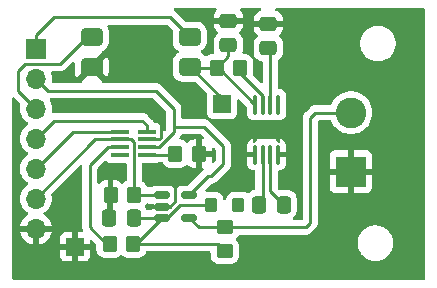
<source format=gtl>
G04 #@! TF.GenerationSoftware,KiCad,Pcbnew,7.0.2*
G04 #@! TF.CreationDate,2023-10-22T17:07:00+02:00*
G04 #@! TF.ProjectId,aansturing lamp pcb,61616e73-7475-4726-996e-67206c616d70,rev?*
G04 #@! TF.SameCoordinates,Original*
G04 #@! TF.FileFunction,Copper,L1,Top*
G04 #@! TF.FilePolarity,Positive*
%FSLAX46Y46*%
G04 Gerber Fmt 4.6, Leading zero omitted, Abs format (unit mm)*
G04 Created by KiCad (PCBNEW 7.0.2) date 2023-10-22 17:07:00*
%MOMM*%
%LPD*%
G01*
G04 APERTURE LIST*
G04 Aperture macros list*
%AMRoundRect*
0 Rectangle with rounded corners*
0 $1 Rounding radius*
0 $2 $3 $4 $5 $6 $7 $8 $9 X,Y pos of 4 corners*
0 Add a 4 corners polygon primitive as box body*
4,1,4,$2,$3,$4,$5,$6,$7,$8,$9,$2,$3,0*
0 Add four circle primitives for the rounded corners*
1,1,$1+$1,$2,$3*
1,1,$1+$1,$4,$5*
1,1,$1+$1,$6,$7*
1,1,$1+$1,$8,$9*
0 Add four rect primitives between the rounded corners*
20,1,$1+$1,$2,$3,$4,$5,0*
20,1,$1+$1,$4,$5,$6,$7,0*
20,1,$1+$1,$6,$7,$8,$9,0*
20,1,$1+$1,$8,$9,$2,$3,0*%
G04 Aperture macros list end*
G04 #@! TA.AperFunction,SMDPad,CuDef*
%ADD10RoundRect,0.250000X-0.350000X-0.450000X0.350000X-0.450000X0.350000X0.450000X-0.350000X0.450000X0*%
G04 #@! TD*
G04 #@! TA.AperFunction,SMDPad,CuDef*
%ADD11RoundRect,0.250000X0.337500X0.475000X-0.337500X0.475000X-0.337500X-0.475000X0.337500X-0.475000X0*%
G04 #@! TD*
G04 #@! TA.AperFunction,SMDPad,CuDef*
%ADD12RoundRect,0.250000X0.350000X0.450000X-0.350000X0.450000X-0.350000X-0.450000X0.350000X-0.450000X0*%
G04 #@! TD*
G04 #@! TA.AperFunction,SMDPad,CuDef*
%ADD13RoundRect,0.375000X0.575000X0.375000X-0.575000X0.375000X-0.575000X-0.375000X0.575000X-0.375000X0*%
G04 #@! TD*
G04 #@! TA.AperFunction,SMDPad,CuDef*
%ADD14R,1.500000X1.500000*%
G04 #@! TD*
G04 #@! TA.AperFunction,SMDPad,CuDef*
%ADD15RoundRect,0.250000X-0.337500X-0.475000X0.337500X-0.475000X0.337500X0.475000X-0.337500X0.475000X0*%
G04 #@! TD*
G04 #@! TA.AperFunction,SMDPad,CuDef*
%ADD16RoundRect,0.150000X-0.512500X-0.150000X0.512500X-0.150000X0.512500X0.150000X-0.512500X0.150000X0*%
G04 #@! TD*
G04 #@! TA.AperFunction,ComponentPad*
%ADD17R,2.600000X2.600000*%
G04 #@! TD*
G04 #@! TA.AperFunction,ComponentPad*
%ADD18C,2.600000*%
G04 #@! TD*
G04 #@! TA.AperFunction,SMDPad,CuDef*
%ADD19RoundRect,0.250000X0.275000X0.350000X-0.275000X0.350000X-0.275000X-0.350000X0.275000X-0.350000X0*%
G04 #@! TD*
G04 #@! TA.AperFunction,SMDPad,CuDef*
%ADD20RoundRect,0.250000X-0.475000X0.337500X-0.475000X-0.337500X0.475000X-0.337500X0.475000X0.337500X0*%
G04 #@! TD*
G04 #@! TA.AperFunction,SMDPad,CuDef*
%ADD21R,1.524000X0.380000*%
G04 #@! TD*
G04 #@! TA.AperFunction,SMDPad,CuDef*
%ADD22RoundRect,0.250000X-0.450000X0.350000X-0.450000X-0.350000X0.450000X-0.350000X0.450000X0.350000X0*%
G04 #@! TD*
G04 #@! TA.AperFunction,SMDPad,CuDef*
%ADD23RoundRect,0.100000X-0.100000X0.712500X-0.100000X-0.712500X0.100000X-0.712500X0.100000X0.712500X0*%
G04 #@! TD*
G04 #@! TA.AperFunction,ComponentPad*
%ADD24R,1.700000X1.700000*%
G04 #@! TD*
G04 #@! TA.AperFunction,ComponentPad*
%ADD25O,1.700000X1.700000*%
G04 #@! TD*
G04 #@! TA.AperFunction,ViaPad*
%ADD26C,0.800000*%
G04 #@! TD*
G04 #@! TA.AperFunction,Conductor*
%ADD27C,0.250000*%
G04 #@! TD*
G04 APERTURE END LIST*
D10*
X88360000Y-87790000D03*
X90360000Y-87790000D03*
D11*
X90347500Y-89780000D03*
X88272500Y-89780000D03*
D12*
X90281000Y-91948000D03*
X88281000Y-91948000D03*
D13*
X86781996Y-74422000D03*
X86781996Y-76962000D03*
X95081996Y-76962000D03*
X95081996Y-74422000D03*
D14*
X85344000Y-92202000D03*
D15*
X100943500Y-88646000D03*
X103018500Y-88646000D03*
D14*
X97790000Y-80137000D03*
D16*
X92732500Y-87860000D03*
X92732500Y-88810000D03*
X92732500Y-89760000D03*
X95007500Y-89760000D03*
X95007500Y-87860000D03*
D17*
X108712000Y-85852000D03*
D18*
X108712000Y-80852000D03*
D10*
X97340000Y-77100000D03*
X99340000Y-77100000D03*
X93853000Y-84328000D03*
X95853000Y-84328000D03*
D19*
X99194000Y-88646000D03*
X96894000Y-88646000D03*
D20*
X98340000Y-73072500D03*
X98340000Y-75147500D03*
D21*
X91465400Y-84414200D03*
X91465400Y-83764200D03*
X91465400Y-83113800D03*
X91465400Y-82463800D03*
X89128600Y-82463800D03*
X89128600Y-83113800D03*
X89128600Y-83764200D03*
X89128600Y-84414200D03*
D22*
X98044000Y-90567000D03*
X98044000Y-92567000D03*
D23*
X102545000Y-80177500D03*
X101895000Y-80177500D03*
X101245000Y-80177500D03*
X100595000Y-80177500D03*
X100595000Y-84402500D03*
X101245000Y-84402500D03*
X101895000Y-84402500D03*
X102545000Y-84402500D03*
D20*
X101710000Y-73312500D03*
X101710000Y-75387500D03*
D24*
X82042000Y-75438000D03*
D25*
X82042000Y-77978000D03*
X82042000Y-80518000D03*
X82042000Y-83058000D03*
X82042000Y-85598000D03*
X82042000Y-88138000D03*
X82042000Y-90678000D03*
D26*
X91948000Y-80391000D03*
X88011000Y-85979000D03*
X95123000Y-86233000D03*
X99060000Y-84328000D03*
D27*
X101245000Y-88344500D02*
X101245000Y-84402500D01*
X100943500Y-88646000D02*
X101245000Y-88344500D01*
X99134500Y-84402500D02*
X99060000Y-84328000D01*
X88272500Y-89780000D02*
X88272500Y-87877500D01*
X95853000Y-84328000D02*
X95853000Y-85503000D01*
X92477400Y-83108800D02*
X92602796Y-82983404D01*
X92732500Y-88810000D02*
X93416751Y-88810000D01*
X88272500Y-87877500D02*
X88360000Y-87790000D01*
X91465400Y-83108800D02*
X92477400Y-83108800D01*
X92602796Y-82983404D02*
X92602796Y-81045796D01*
X92602796Y-81045796D02*
X91948000Y-80391000D01*
X94615000Y-86233000D02*
X95123000Y-86233000D01*
X93853000Y-86995000D02*
X94615000Y-86233000D01*
X93416751Y-88810000D02*
X93853000Y-88373751D01*
X93853000Y-88373751D02*
X93853000Y-86995000D01*
X100595000Y-84402500D02*
X99134500Y-84402500D01*
X95853000Y-85503000D02*
X95123000Y-86233000D01*
X101895000Y-87522500D02*
X101895000Y-84402500D01*
X103018500Y-88646000D02*
X101895000Y-87522500D01*
X84091996Y-76708000D02*
X86377996Y-74422000D01*
X81153000Y-76708000D02*
X84091996Y-76708000D01*
X86377996Y-74422000D02*
X86781996Y-74422000D01*
X82042000Y-80518000D02*
X80518000Y-78994000D01*
X80518000Y-78994000D02*
X80518000Y-77343000D01*
X80518000Y-77343000D02*
X81153000Y-76708000D01*
X101895000Y-75572500D02*
X101895000Y-80177500D01*
X101710000Y-75387500D02*
X101895000Y-75572500D01*
X93430996Y-72771000D02*
X95081996Y-74422000D01*
X83566000Y-72771000D02*
X93430996Y-72771000D01*
X82042000Y-74295000D02*
X83566000Y-72771000D01*
X82042000Y-75438000D02*
X82042000Y-74295000D01*
X96894000Y-88646000D02*
X94230751Y-88646000D01*
X93116751Y-89760000D02*
X92732500Y-89760000D01*
X90281000Y-91948000D02*
X90544500Y-91948000D01*
X90347500Y-89780000D02*
X92712500Y-89780000D01*
X98044000Y-92567000D02*
X97425000Y-91948000D01*
X97425000Y-91948000D02*
X90281000Y-91948000D01*
X90544500Y-91948000D02*
X92732500Y-89760000D01*
X94230751Y-88646000D02*
X93116751Y-89760000D01*
X92712500Y-89780000D02*
X92732500Y-89760000D01*
X98340000Y-76100000D02*
X97340000Y-77100000D01*
X97790000Y-80137000D02*
X97790000Y-79630004D01*
X95219996Y-77100000D02*
X95081996Y-76962000D01*
X95121996Y-76962000D02*
X95081996Y-76962000D01*
X97340000Y-77100000D02*
X97517500Y-77100000D01*
X97340000Y-77100000D02*
X95219996Y-77100000D01*
X98340000Y-75147500D02*
X98340000Y-76100000D01*
X97517500Y-77100000D02*
X100595000Y-80177500D01*
X97790000Y-79630004D02*
X95121996Y-76962000D01*
X95814500Y-90567000D02*
X98044000Y-90567000D01*
X105283000Y-90170000D02*
X105283000Y-81280000D01*
X95007500Y-89760000D02*
X95814500Y-90567000D01*
X98044000Y-90567000D02*
X104886000Y-90567000D01*
X105283000Y-81280000D02*
X105711000Y-80852000D01*
X104886000Y-90567000D02*
X105283000Y-90170000D01*
X105711000Y-80852000D02*
X108712000Y-80852000D01*
X96266000Y-82042000D02*
X93726000Y-82042000D01*
X93726000Y-82042000D02*
X93726000Y-80518000D01*
X97917000Y-85217000D02*
X97917000Y-83693000D01*
X96901000Y-86233000D02*
X97917000Y-85217000D01*
X95007500Y-87860000D02*
X96634500Y-86233000D01*
X93726000Y-82520600D02*
X93726000Y-82042000D01*
X92202000Y-78994000D02*
X83058000Y-78994000D01*
X92477400Y-83769200D02*
X93726000Y-82520600D01*
X96634500Y-86233000D02*
X96901000Y-86233000D01*
X93726000Y-80518000D02*
X92202000Y-78994000D01*
X91465400Y-83769200D02*
X92477400Y-83769200D01*
X83058000Y-78994000D02*
X82042000Y-77978000D01*
X97917000Y-83693000D02*
X96266000Y-82042000D01*
X89128600Y-82473800D02*
X85166200Y-82473800D01*
X85166200Y-82473800D02*
X82042000Y-85598000D01*
X91465400Y-82473800D02*
X91465400Y-81940400D01*
X91465400Y-81940400D02*
X91059000Y-81534000D01*
X91059000Y-81534000D02*
X83566000Y-81534000D01*
X83566000Y-81534000D02*
X82042000Y-83058000D01*
X87071200Y-83108800D02*
X82042000Y-88138000D01*
X90360000Y-87790000D02*
X92662500Y-87790000D01*
X90360000Y-87790000D02*
X90360000Y-83372700D01*
X92662500Y-87790000D02*
X92732500Y-87860000D01*
X90360000Y-83372700D02*
X90096100Y-83108800D01*
X90096100Y-83108800D02*
X89128600Y-83108800D01*
X89128600Y-83108800D02*
X87071200Y-83108800D01*
X99340000Y-77100000D02*
X99340000Y-77508959D01*
X101245000Y-79413959D02*
X101245000Y-80177500D01*
X99340000Y-77508959D02*
X101245000Y-79413959D01*
X89128600Y-83769200D02*
X88116600Y-83769200D01*
X88011000Y-91948000D02*
X88281000Y-91948000D01*
X86614000Y-85271800D02*
X86614000Y-90551000D01*
X88116600Y-83769200D02*
X86614000Y-85271800D01*
X86614000Y-90551000D02*
X88011000Y-91948000D01*
X91465400Y-84404200D02*
X93776800Y-84404200D01*
X93776800Y-84404200D02*
X93853000Y-84328000D01*
G04 #@! TA.AperFunction,Conductor*
G36*
X97306515Y-72020185D02*
G01*
X97352270Y-72072989D01*
X97362214Y-72142147D01*
X97333189Y-72205703D01*
X97327157Y-72212181D01*
X97272683Y-72266654D01*
X97180642Y-72415877D01*
X97125493Y-72582303D01*
X97115319Y-72681890D01*
X97115000Y-72688168D01*
X97115000Y-72822500D01*
X99564999Y-72822500D01*
X99564999Y-72688170D01*
X99564678Y-72681888D01*
X99554506Y-72582304D01*
X99499357Y-72415877D01*
X99407316Y-72266654D01*
X99352843Y-72212181D01*
X99319358Y-72150858D01*
X99324342Y-72081166D01*
X99366214Y-72025233D01*
X99431678Y-72000816D01*
X99440524Y-72000500D01*
X101023045Y-72000500D01*
X101090084Y-72020185D01*
X101135839Y-72072989D01*
X101145783Y-72142147D01*
X101116758Y-72205703D01*
X101062049Y-72242206D01*
X100915877Y-72290642D01*
X100766654Y-72382683D01*
X100642683Y-72506654D01*
X100550642Y-72655877D01*
X100495493Y-72822303D01*
X100485319Y-72921890D01*
X100485000Y-72928168D01*
X100484999Y-73062499D01*
X100485000Y-73062500D01*
X102934999Y-73062500D01*
X102934999Y-72928170D01*
X102934678Y-72921888D01*
X102924506Y-72822304D01*
X102869357Y-72655877D01*
X102777316Y-72506654D01*
X102653345Y-72382683D01*
X102504122Y-72290642D01*
X102357952Y-72242206D01*
X102300507Y-72202433D01*
X102273684Y-72137917D01*
X102285999Y-72069142D01*
X102333542Y-72017942D01*
X102396956Y-72000500D01*
X114875500Y-72000500D01*
X114942539Y-72020185D01*
X114988294Y-72072989D01*
X114999500Y-72124500D01*
X114999500Y-94872000D01*
X114979815Y-94939039D01*
X114927011Y-94984794D01*
X114875500Y-94996000D01*
X80134000Y-94996000D01*
X80066961Y-94976315D01*
X80021206Y-94923511D01*
X80010000Y-94872000D01*
X80010000Y-92452000D01*
X84094000Y-92452000D01*
X84094000Y-92996518D01*
X84094354Y-93003132D01*
X84100400Y-93059371D01*
X84150647Y-93194089D01*
X84236811Y-93309188D01*
X84351910Y-93395352D01*
X84486628Y-93445599D01*
X84542867Y-93451645D01*
X84549482Y-93452000D01*
X85094000Y-93452000D01*
X85094000Y-92452000D01*
X85594000Y-92452000D01*
X85594000Y-93452000D01*
X86138518Y-93452000D01*
X86145132Y-93451645D01*
X86201371Y-93445599D01*
X86336089Y-93395352D01*
X86451188Y-93309188D01*
X86537352Y-93194089D01*
X86587599Y-93059371D01*
X86593645Y-93003132D01*
X86594000Y-92996518D01*
X86594000Y-92452000D01*
X85594000Y-92452000D01*
X85094000Y-92452000D01*
X84094000Y-92452000D01*
X80010000Y-92452000D01*
X80010000Y-79681266D01*
X80029685Y-79614227D01*
X80082489Y-79568472D01*
X80151647Y-79558528D01*
X80215203Y-79587553D01*
X80221681Y-79593585D01*
X80692936Y-80064840D01*
X80726421Y-80126163D01*
X80725461Y-80182960D01*
X80697435Y-80293634D01*
X80678843Y-80518000D01*
X80697435Y-80742363D01*
X80697435Y-80742366D01*
X80697436Y-80742368D01*
X80751271Y-80954959D01*
X80752705Y-80960618D01*
X80843138Y-81166788D01*
X80843140Y-81166791D01*
X80966278Y-81355268D01*
X81118760Y-81520906D01*
X81296424Y-81659189D01*
X81332930Y-81678945D01*
X81382520Y-81728162D01*
X81397630Y-81796379D01*
X81373459Y-81861935D01*
X81332933Y-81897052D01*
X81296427Y-81916809D01*
X81296425Y-81916810D01*
X81296424Y-81916811D01*
X81187095Y-82001906D01*
X81118760Y-82055094D01*
X80966279Y-82220730D01*
X80843138Y-82409211D01*
X80757329Y-82604840D01*
X80752704Y-82615384D01*
X80742758Y-82654661D01*
X80697435Y-82833636D01*
X80678843Y-83058000D01*
X80697435Y-83282363D01*
X80697435Y-83282366D01*
X80697436Y-83282368D01*
X80749402Y-83487578D01*
X80752705Y-83500618D01*
X80843138Y-83706788D01*
X80843140Y-83706791D01*
X80966278Y-83895268D01*
X81118760Y-84060906D01*
X81296424Y-84199189D01*
X81332930Y-84218945D01*
X81382520Y-84268162D01*
X81397630Y-84336379D01*
X81373459Y-84401935D01*
X81332933Y-84437052D01*
X81296427Y-84456809D01*
X81296425Y-84456810D01*
X81296424Y-84456811D01*
X81231324Y-84507481D01*
X81118760Y-84595094D01*
X80966279Y-84760730D01*
X80843138Y-84949211D01*
X80752923Y-85154884D01*
X80752704Y-85155384D01*
X80726917Y-85257214D01*
X80697435Y-85373636D01*
X80678843Y-85598000D01*
X80697435Y-85822363D01*
X80697435Y-85822366D01*
X80697436Y-85822368D01*
X80736028Y-85974766D01*
X80752705Y-86040618D01*
X80843138Y-86246788D01*
X80843140Y-86246791D01*
X80966278Y-86435268D01*
X81118760Y-86600906D01*
X81296424Y-86739189D01*
X81296426Y-86739190D01*
X81332931Y-86758946D01*
X81382521Y-86808165D01*
X81397629Y-86876382D01*
X81373458Y-86941937D01*
X81332931Y-86977054D01*
X81296426Y-86996809D01*
X81118760Y-87135094D01*
X80966279Y-87300730D01*
X80843138Y-87489211D01*
X80760978Y-87676521D01*
X80752704Y-87695384D01*
X80742758Y-87734661D01*
X80697435Y-87913636D01*
X80678843Y-88137999D01*
X80697435Y-88362363D01*
X80697435Y-88362366D01*
X80697436Y-88362368D01*
X80751856Y-88577268D01*
X80752705Y-88580618D01*
X80843138Y-88786788D01*
X80843140Y-88786791D01*
X80966278Y-88975268D01*
X81118760Y-89140906D01*
X81296424Y-89279189D01*
X81339697Y-89302607D01*
X81389287Y-89351825D01*
X81404395Y-89420042D01*
X81380225Y-89485598D01*
X81351803Y-89513236D01*
X81170918Y-89639893D01*
X81003890Y-89806921D01*
X80868400Y-90000421D01*
X80768569Y-90214507D01*
X80711364Y-90427999D01*
X80711364Y-90428000D01*
X81608314Y-90428000D01*
X81582507Y-90468156D01*
X81542000Y-90606111D01*
X81542000Y-90749889D01*
X81582507Y-90887844D01*
X81608314Y-90928000D01*
X80711364Y-90928000D01*
X80768569Y-91141492D01*
X80868399Y-91355576D01*
X81003893Y-91549081D01*
X81170918Y-91716106D01*
X81364423Y-91851600D01*
X81578509Y-91951430D01*
X81792000Y-92008634D01*
X81792000Y-91113501D01*
X81899685Y-91162680D01*
X82006237Y-91178000D01*
X82077763Y-91178000D01*
X82184315Y-91162680D01*
X82291999Y-91113501D01*
X82291999Y-92008633D01*
X82503363Y-91952000D01*
X84094000Y-91952000D01*
X85094000Y-91952000D01*
X85094000Y-90952000D01*
X84549482Y-90952000D01*
X84542867Y-90952354D01*
X84486628Y-90958400D01*
X84351910Y-91008647D01*
X84236811Y-91094811D01*
X84150647Y-91209910D01*
X84100400Y-91344628D01*
X84094354Y-91400867D01*
X84094000Y-91407481D01*
X84094000Y-91952000D01*
X82503363Y-91952000D01*
X82505490Y-91951430D01*
X82719576Y-91851600D01*
X82913081Y-91716106D01*
X83080106Y-91549081D01*
X83215600Y-91355576D01*
X83315430Y-91141492D01*
X83372636Y-90928000D01*
X82475686Y-90928000D01*
X82501493Y-90887844D01*
X82542000Y-90749889D01*
X82542000Y-90606111D01*
X82501493Y-90468156D01*
X82475686Y-90428000D01*
X83372636Y-90428000D01*
X83372635Y-90427999D01*
X83315430Y-90214507D01*
X83215599Y-90000421D01*
X83080109Y-89806921D01*
X82913081Y-89639893D01*
X82732197Y-89513236D01*
X82688572Y-89458659D01*
X82681380Y-89389160D01*
X82712902Y-89326806D01*
X82744301Y-89302607D01*
X82787576Y-89279189D01*
X82965240Y-89140906D01*
X83117722Y-88975268D01*
X83240860Y-88786791D01*
X83331296Y-88580616D01*
X83386564Y-88362368D01*
X83405156Y-88138000D01*
X83386564Y-87913632D01*
X83358538Y-87802960D01*
X83361162Y-87733142D01*
X83391060Y-87684842D01*
X85768818Y-85307084D01*
X85830142Y-85273599D01*
X85899834Y-85278583D01*
X85955767Y-85320455D01*
X85980184Y-85385919D01*
X85980500Y-85394765D01*
X85980500Y-90467367D01*
X85978210Y-90488108D01*
X85980439Y-90559016D01*
X85980500Y-90562912D01*
X85980500Y-90590856D01*
X85980987Y-90594716D01*
X85980988Y-90594722D01*
X85981019Y-90594965D01*
X85981934Y-90606596D01*
X85983326Y-90650888D01*
X85989022Y-90670492D01*
X85992967Y-90689544D01*
X85995525Y-90709798D01*
X86011838Y-90751001D01*
X86015621Y-90762048D01*
X86024731Y-90793402D01*
X86024533Y-90863272D01*
X85986592Y-90921943D01*
X85922954Y-90950787D01*
X85905655Y-90952000D01*
X85594000Y-90952000D01*
X85594000Y-91952000D01*
X86594000Y-91952000D01*
X86594000Y-91726266D01*
X86613685Y-91659227D01*
X86666489Y-91613472D01*
X86735647Y-91603528D01*
X86799203Y-91632553D01*
X86805681Y-91638585D01*
X87136181Y-91969085D01*
X87169666Y-92030408D01*
X87172500Y-92056766D01*
X87172500Y-92445395D01*
X87172500Y-92445414D01*
X87172501Y-92448544D01*
X87172820Y-92451675D01*
X87172821Y-92451678D01*
X87183112Y-92552425D01*
X87238884Y-92720736D01*
X87331971Y-92871654D01*
X87457345Y-92997028D01*
X87457347Y-92997029D01*
X87457348Y-92997030D01*
X87608262Y-93090115D01*
X87692418Y-93118000D01*
X87776573Y-93145887D01*
X87822602Y-93150589D01*
X87880455Y-93156500D01*
X88681544Y-93156499D01*
X88785426Y-93145887D01*
X88953738Y-93090115D01*
X89104652Y-92997030D01*
X89137287Y-92964395D01*
X89193319Y-92908364D01*
X89254642Y-92874879D01*
X89324334Y-92879863D01*
X89368681Y-92908364D01*
X89457345Y-92997028D01*
X89457347Y-92997029D01*
X89457348Y-92997030D01*
X89608262Y-93090115D01*
X89692418Y-93118000D01*
X89776573Y-93145887D01*
X89822602Y-93150589D01*
X89880455Y-93156500D01*
X90681544Y-93156499D01*
X90785426Y-93145887D01*
X90953738Y-93090115D01*
X91104652Y-92997030D01*
X91230030Y-92871652D01*
X91323115Y-92720738D01*
X91341088Y-92666496D01*
X91380860Y-92609052D01*
X91445375Y-92582228D01*
X91458794Y-92581500D01*
X96711501Y-92581500D01*
X96778540Y-92601185D01*
X96824295Y-92653989D01*
X96835501Y-92705499D01*
X96835501Y-92967544D01*
X96835820Y-92970675D01*
X96835821Y-92970678D01*
X96846112Y-93071425D01*
X96901884Y-93239736D01*
X96994971Y-93390654D01*
X97120345Y-93516028D01*
X97120347Y-93516029D01*
X97120348Y-93516030D01*
X97271262Y-93609115D01*
X97355417Y-93637001D01*
X97439573Y-93664887D01*
X97485602Y-93669589D01*
X97543455Y-93675500D01*
X98544544Y-93675499D01*
X98648426Y-93664887D01*
X98816738Y-93609115D01*
X98967652Y-93516030D01*
X99093030Y-93390652D01*
X99186115Y-93239738D01*
X99241887Y-93071426D01*
X99252500Y-92967545D01*
X99252499Y-92166456D01*
X99241887Y-92062574D01*
X99229216Y-92024335D01*
X109299500Y-92024335D01*
X109304912Y-92056766D01*
X109340429Y-92269615D01*
X109403042Y-92452000D01*
X109421172Y-92504810D01*
X109539526Y-92723509D01*
X109539529Y-92723514D01*
X109590512Y-92789016D01*
X109692262Y-92919744D01*
X109875215Y-93088164D01*
X110083393Y-93224173D01*
X110311119Y-93324063D01*
X110552179Y-93385108D01*
X110737933Y-93400500D01*
X110740503Y-93400500D01*
X110859497Y-93400500D01*
X110862067Y-93400500D01*
X111047821Y-93385108D01*
X111288881Y-93324063D01*
X111516607Y-93224173D01*
X111724785Y-93088164D01*
X111907738Y-92919744D01*
X112060474Y-92723509D01*
X112178828Y-92504810D01*
X112259571Y-92269614D01*
X112300500Y-92024335D01*
X112300500Y-91775665D01*
X112259571Y-91530386D01*
X112178828Y-91295190D01*
X112060474Y-91076491D01*
X112060471Y-91076487D01*
X112060470Y-91076485D01*
X111940184Y-90921943D01*
X111907738Y-90880256D01*
X111724785Y-90711836D01*
X111516607Y-90575827D01*
X111516604Y-90575825D01*
X111369190Y-90511164D01*
X111288881Y-90475937D01*
X111099579Y-90427999D01*
X111047822Y-90414892D01*
X111013854Y-90412077D01*
X110862067Y-90399500D01*
X110737933Y-90399500D01*
X110620111Y-90409262D01*
X110552177Y-90414892D01*
X110437689Y-90443885D01*
X110311119Y-90475937D01*
X110311116Y-90475938D01*
X110311117Y-90475938D01*
X110083395Y-90575825D01*
X109951495Y-90662000D01*
X109875215Y-90711836D01*
X109773051Y-90805885D01*
X109692259Y-90880259D01*
X109539529Y-91076485D01*
X109421170Y-91295194D01*
X109340429Y-91530384D01*
X109322374Y-91638585D01*
X109299500Y-91775665D01*
X109299500Y-92024335D01*
X99229216Y-92024335D01*
X99186115Y-91894262D01*
X99093030Y-91743348D01*
X99093029Y-91743347D01*
X99093028Y-91743345D01*
X99004363Y-91654680D01*
X98970878Y-91593357D01*
X98975862Y-91523665D01*
X99004362Y-91479319D01*
X99093030Y-91390652D01*
X99173986Y-91259402D01*
X99225933Y-91212679D01*
X99279524Y-91200500D01*
X104802367Y-91200500D01*
X104823108Y-91202789D01*
X104825905Y-91202701D01*
X104825909Y-91202702D01*
X104894017Y-91200560D01*
X104897913Y-91200500D01*
X104921958Y-91200500D01*
X104925856Y-91200500D01*
X104929724Y-91200011D01*
X104929947Y-91199983D01*
X104941608Y-91199064D01*
X104985889Y-91197673D01*
X105005498Y-91191975D01*
X105024531Y-91188033D01*
X105044797Y-91185474D01*
X105086006Y-91169157D01*
X105097037Y-91165380D01*
X105139593Y-91153018D01*
X105157160Y-91142628D01*
X105174632Y-91134068D01*
X105193617Y-91126552D01*
X105229475Y-91100498D01*
X105239223Y-91094096D01*
X105277362Y-91071542D01*
X105291800Y-91057103D01*
X105306588Y-91044472D01*
X105323107Y-91032472D01*
X105351359Y-90998319D01*
X105359203Y-90989699D01*
X105671817Y-90677086D01*
X105688096Y-90664045D01*
X105690013Y-90662002D01*
X105690018Y-90662000D01*
X105736691Y-90612295D01*
X105739309Y-90609594D01*
X105759135Y-90589770D01*
X105761660Y-90586513D01*
X105769251Y-90577624D01*
X105799586Y-90545321D01*
X105809419Y-90527432D01*
X105820100Y-90511172D01*
X105832614Y-90495041D01*
X105850207Y-90454381D01*
X105855343Y-90443895D01*
X105876695Y-90405060D01*
X105881773Y-90385277D01*
X105888070Y-90366885D01*
X105896181Y-90348145D01*
X105903112Y-90304376D01*
X105905482Y-90292940D01*
X105916500Y-90250032D01*
X105916499Y-90229623D01*
X105918025Y-90210223D01*
X105921220Y-90190057D01*
X105917047Y-90145919D01*
X105916500Y-90134294D01*
X105916500Y-87196518D01*
X106912000Y-87196518D01*
X106912354Y-87203132D01*
X106918400Y-87259371D01*
X106968647Y-87394089D01*
X107054811Y-87509188D01*
X107169910Y-87595352D01*
X107304628Y-87645599D01*
X107360867Y-87651645D01*
X107367482Y-87652000D01*
X108462000Y-87652000D01*
X108462000Y-86456310D01*
X108470817Y-86461158D01*
X108629886Y-86502000D01*
X108752894Y-86502000D01*
X108874933Y-86486583D01*
X108961999Y-86452110D01*
X108961999Y-87652000D01*
X110056518Y-87652000D01*
X110063132Y-87651645D01*
X110119371Y-87645599D01*
X110254089Y-87595352D01*
X110369188Y-87509188D01*
X110455352Y-87394089D01*
X110505599Y-87259371D01*
X110511645Y-87203132D01*
X110512000Y-87196518D01*
X110512000Y-86102000D01*
X109312728Y-86102000D01*
X109335100Y-86054457D01*
X109365873Y-85893138D01*
X109355561Y-85729234D01*
X109314220Y-85602000D01*
X110512000Y-85602000D01*
X110512000Y-84507481D01*
X110511645Y-84500867D01*
X110505599Y-84444628D01*
X110455352Y-84309910D01*
X110369188Y-84194811D01*
X110254089Y-84108647D01*
X110119371Y-84058400D01*
X110063132Y-84052354D01*
X110056518Y-84052000D01*
X108962000Y-84052000D01*
X108961999Y-85247688D01*
X108953183Y-85242842D01*
X108794114Y-85202000D01*
X108671106Y-85202000D01*
X108549067Y-85217417D01*
X108462000Y-85251889D01*
X108462000Y-84052000D01*
X107367482Y-84052000D01*
X107360867Y-84052354D01*
X107304628Y-84058400D01*
X107169910Y-84108647D01*
X107054811Y-84194811D01*
X106968647Y-84309910D01*
X106918400Y-84444628D01*
X106912354Y-84500867D01*
X106912000Y-84507481D01*
X106912000Y-85602000D01*
X108111272Y-85602000D01*
X108088900Y-85649543D01*
X108058127Y-85810862D01*
X108068439Y-85974766D01*
X108109780Y-86102000D01*
X106912000Y-86102000D01*
X106912000Y-87196518D01*
X105916500Y-87196518D01*
X105916500Y-81609500D01*
X105936185Y-81542461D01*
X105988989Y-81496706D01*
X106040500Y-81485500D01*
X106933291Y-81485500D01*
X107000330Y-81505185D01*
X107046085Y-81557989D01*
X107048716Y-81564191D01*
X107061570Y-81596942D01*
X107077252Y-81636901D01*
X107078029Y-81638879D01*
X107213557Y-81873621D01*
X107382558Y-82085542D01*
X107581257Y-82269907D01*
X107805215Y-82422599D01*
X108049428Y-82540206D01*
X108293140Y-82615381D01*
X108308442Y-82620101D01*
X108576471Y-82660500D01*
X108576472Y-82660500D01*
X108847529Y-82660500D01*
X108981543Y-82640300D01*
X109115558Y-82620101D01*
X109374572Y-82540206D01*
X109618786Y-82422599D01*
X109842743Y-82269907D01*
X109842746Y-82269903D01*
X109842749Y-82269902D01*
X109931896Y-82187185D01*
X110041442Y-82085542D01*
X110210443Y-81873621D01*
X110345971Y-81638879D01*
X110444999Y-81386559D01*
X110505315Y-81122299D01*
X110525571Y-80852000D01*
X110524149Y-80833031D01*
X110505315Y-80581702D01*
X110504491Y-80578091D01*
X110444999Y-80317441D01*
X110435655Y-80293634D01*
X110349999Y-80075384D01*
X110345971Y-80065121D01*
X110210443Y-79830379D01*
X110041442Y-79618458D01*
X110036882Y-79614227D01*
X109842749Y-79434097D01*
X109823673Y-79421091D01*
X109618786Y-79281401D01*
X109374572Y-79163794D01*
X109294676Y-79139149D01*
X109115557Y-79083898D01*
X108847529Y-79043500D01*
X108847528Y-79043500D01*
X108576472Y-79043500D01*
X108576471Y-79043500D01*
X108308442Y-79083898D01*
X108049428Y-79163794D01*
X107805217Y-79281399D01*
X107581255Y-79434094D01*
X107382558Y-79618458D01*
X107213556Y-79830380D01*
X107078028Y-80065122D01*
X107048719Y-80139802D01*
X107005903Y-80195016D01*
X106940033Y-80218317D01*
X106933291Y-80218500D01*
X105794628Y-80218500D01*
X105773892Y-80216211D01*
X105771091Y-80216299D01*
X105706883Y-80218317D01*
X105703001Y-80218439D01*
X105699106Y-80218500D01*
X105671144Y-80218500D01*
X105667290Y-80218986D01*
X105667283Y-80218987D01*
X105667025Y-80219020D01*
X105655402Y-80219934D01*
X105611110Y-80221326D01*
X105591507Y-80227022D01*
X105572456Y-80230967D01*
X105552203Y-80233525D01*
X105511008Y-80249835D01*
X105499962Y-80253616D01*
X105457405Y-80265981D01*
X105439827Y-80276376D01*
X105422360Y-80284933D01*
X105403384Y-80292446D01*
X105367544Y-80318485D01*
X105357786Y-80324895D01*
X105319637Y-80347457D01*
X105305196Y-80361898D01*
X105290409Y-80374527D01*
X105273892Y-80386528D01*
X105245652Y-80420663D01*
X105237792Y-80429301D01*
X104894180Y-80772913D01*
X104877896Y-80785961D01*
X104829339Y-80837668D01*
X104826634Y-80840460D01*
X104806865Y-80860230D01*
X104804487Y-80863293D01*
X104804470Y-80863314D01*
X104804311Y-80863521D01*
X104796753Y-80872368D01*
X104766414Y-80904677D01*
X104756582Y-80922563D01*
X104745901Y-80938823D01*
X104733385Y-80954959D01*
X104715786Y-80995628D01*
X104710648Y-81006117D01*
X104689303Y-81044943D01*
X104684226Y-81064718D01*
X104677925Y-81083123D01*
X104669818Y-81101856D01*
X104662888Y-81145610D01*
X104660520Y-81157046D01*
X104649500Y-81199969D01*
X104649500Y-81220384D01*
X104647973Y-81239783D01*
X104644780Y-81259941D01*
X104648950Y-81304057D01*
X104649500Y-81315726D01*
X104649500Y-89809500D01*
X104629815Y-89876539D01*
X104577011Y-89922294D01*
X104525500Y-89933500D01*
X103915545Y-89933500D01*
X103848506Y-89913815D01*
X103802751Y-89861011D01*
X103792807Y-89791853D01*
X103821832Y-89728297D01*
X103827864Y-89721819D01*
X103955028Y-89594654D01*
X103955027Y-89594654D01*
X103955030Y-89594652D01*
X104048115Y-89443738D01*
X104103887Y-89275426D01*
X104114500Y-89171545D01*
X104114499Y-88120456D01*
X104103887Y-88016574D01*
X104048115Y-87848262D01*
X103955030Y-87697348D01*
X103955029Y-87697347D01*
X103955028Y-87697345D01*
X103829654Y-87571971D01*
X103727867Y-87509188D01*
X103678738Y-87478885D01*
X103678737Y-87478884D01*
X103678736Y-87478884D01*
X103510426Y-87423112D01*
X103409675Y-87412819D01*
X103409659Y-87412818D01*
X103406545Y-87412500D01*
X103403398Y-87412500D01*
X102732267Y-87412500D01*
X102665228Y-87392815D01*
X102644586Y-87376181D01*
X102564819Y-87296414D01*
X102531334Y-87235091D01*
X102528500Y-87208733D01*
X102528500Y-85838999D01*
X102548185Y-85771960D01*
X102600989Y-85726205D01*
X102652500Y-85714999D01*
X102680267Y-85714999D01*
X102688346Y-85714469D01*
X102801631Y-85699556D01*
X102947586Y-85639100D01*
X103072924Y-85542924D01*
X103169100Y-85417586D01*
X103229555Y-85271631D01*
X103244470Y-85158340D01*
X103245000Y-85150269D01*
X103245000Y-84602500D01*
X102727500Y-84602500D01*
X102660461Y-84582815D01*
X102614706Y-84530011D01*
X102603500Y-84478500D01*
X102603500Y-84326500D01*
X102623185Y-84259461D01*
X102675989Y-84213706D01*
X102727500Y-84202500D01*
X103244999Y-84202500D01*
X103244999Y-83654732D01*
X103244469Y-83646653D01*
X103229556Y-83533368D01*
X103169100Y-83387413D01*
X103072924Y-83262075D01*
X102947586Y-83165899D01*
X102801631Y-83105444D01*
X102744999Y-83097987D01*
X102744999Y-83302554D01*
X102725314Y-83369593D01*
X102672510Y-83415348D01*
X102603352Y-83425292D01*
X102539796Y-83396267D01*
X102522624Y-83378041D01*
X102428986Y-83256011D01*
X102393511Y-83228789D01*
X102352309Y-83172361D01*
X102344999Y-83130416D01*
X102344998Y-83097988D01*
X102288369Y-83105444D01*
X102278555Y-83109509D01*
X102209085Y-83116975D01*
X102183654Y-83109507D01*
X102153850Y-83097162D01*
X102038904Y-83082029D01*
X102038902Y-83082028D01*
X102034885Y-83081500D01*
X102030831Y-83081500D01*
X101759170Y-83081500D01*
X101759154Y-83081500D01*
X101755116Y-83081501D01*
X101751104Y-83082029D01*
X101751091Y-83082030D01*
X101636151Y-83097161D01*
X101617450Y-83104907D01*
X101547981Y-83112374D01*
X101522548Y-83104907D01*
X101503850Y-83097162D01*
X101441241Y-83088919D01*
X101388904Y-83082029D01*
X101388902Y-83082028D01*
X101384885Y-83081500D01*
X101380831Y-83081500D01*
X101109170Y-83081500D01*
X101109154Y-83081500D01*
X101105116Y-83081501D01*
X101101104Y-83082029D01*
X101101091Y-83082030D01*
X100986151Y-83097161D01*
X100956341Y-83109508D01*
X100886872Y-83116974D01*
X100861444Y-83109508D01*
X100851632Y-83105444D01*
X100795000Y-83097987D01*
X100795000Y-83130416D01*
X100775315Y-83197455D01*
X100746488Y-83228791D01*
X100711011Y-83256013D01*
X100617375Y-83378042D01*
X100560947Y-83419244D01*
X100491201Y-83423399D01*
X100430281Y-83389186D01*
X100397529Y-83327469D01*
X100395000Y-83302555D01*
X100395000Y-83097987D01*
X100338367Y-83105444D01*
X100192413Y-83165899D01*
X100067075Y-83262075D01*
X99970899Y-83387413D01*
X99910444Y-83533368D01*
X99895529Y-83646659D01*
X99895000Y-83654730D01*
X99895000Y-84202500D01*
X100412501Y-84202500D01*
X100479540Y-84222185D01*
X100525295Y-84274989D01*
X100536500Y-84326497D01*
X100536501Y-84437052D01*
X100536501Y-84478500D01*
X100516816Y-84545539D01*
X100464012Y-84591294D01*
X100412501Y-84602500D01*
X99895001Y-84602500D01*
X99895001Y-85150267D01*
X99895530Y-85158346D01*
X99910443Y-85271631D01*
X99970899Y-85417586D01*
X100067075Y-85542924D01*
X100192413Y-85639100D01*
X100338368Y-85699555D01*
X100451658Y-85714470D01*
X100459729Y-85714999D01*
X100487495Y-85714999D01*
X100554535Y-85734681D01*
X100600292Y-85787484D01*
X100611499Y-85838999D01*
X100611499Y-87294797D01*
X100591814Y-87361836D01*
X100539010Y-87407591D01*
X100500102Y-87418155D01*
X100451574Y-87423112D01*
X100283263Y-87478884D01*
X100132347Y-87571970D01*
X100051995Y-87652322D01*
X99990671Y-87685806D01*
X99920980Y-87680822D01*
X99899218Y-87670179D01*
X99791738Y-87603885D01*
X99623426Y-87548112D01*
X99522675Y-87537819D01*
X99522659Y-87537818D01*
X99519545Y-87537500D01*
X99516397Y-87537500D01*
X98871604Y-87537500D01*
X98871584Y-87537500D01*
X98868456Y-87537501D01*
X98865325Y-87537820D01*
X98865321Y-87537821D01*
X98764574Y-87548112D01*
X98596263Y-87603884D01*
X98445345Y-87696971D01*
X98319971Y-87822345D01*
X98226884Y-87973263D01*
X98171112Y-88141573D01*
X98167357Y-88178331D01*
X98140960Y-88243022D01*
X98083778Y-88283172D01*
X98013967Y-88286034D01*
X97953691Y-88250699D01*
X97922087Y-88188386D01*
X97920641Y-88178326D01*
X97916887Y-88141574D01*
X97909889Y-88120456D01*
X97861115Y-87973262D01*
X97768030Y-87822348D01*
X97768029Y-87822347D01*
X97768028Y-87822345D01*
X97642654Y-87696971D01*
X97559367Y-87645599D01*
X97491738Y-87603885D01*
X97491737Y-87603884D01*
X97491736Y-87603884D01*
X97323426Y-87548112D01*
X97222675Y-87537819D01*
X97222659Y-87537818D01*
X97219545Y-87537500D01*
X97216397Y-87537500D01*
X96571604Y-87537500D01*
X96571584Y-87537500D01*
X96568456Y-87537501D01*
X96565328Y-87537820D01*
X96565318Y-87537821D01*
X96533668Y-87541054D01*
X96464975Y-87528283D01*
X96414092Y-87480402D01*
X96397172Y-87412612D01*
X96419589Y-87346436D01*
X96433381Y-87330021D01*
X96861083Y-86902319D01*
X96922404Y-86868836D01*
X96939163Y-86866500D01*
X96940856Y-86866500D01*
X96944864Y-86865993D01*
X96944947Y-86865983D01*
X96956608Y-86865064D01*
X97000889Y-86863673D01*
X97020498Y-86857975D01*
X97039531Y-86854033D01*
X97059797Y-86851474D01*
X97101006Y-86835157D01*
X97112037Y-86831380D01*
X97154593Y-86819018D01*
X97172160Y-86808628D01*
X97189632Y-86800068D01*
X97208617Y-86792552D01*
X97244475Y-86766498D01*
X97254223Y-86760096D01*
X97292362Y-86737542D01*
X97306800Y-86723103D01*
X97321588Y-86710472D01*
X97338107Y-86698472D01*
X97366359Y-86664319D01*
X97374203Y-86655699D01*
X98305813Y-85724089D01*
X98322099Y-85711044D01*
X98362261Y-85668274D01*
X98370661Y-85659328D01*
X98373310Y-85656593D01*
X98393135Y-85636770D01*
X98395660Y-85633513D01*
X98403251Y-85624624D01*
X98433586Y-85592321D01*
X98443419Y-85574432D01*
X98454100Y-85558172D01*
X98466614Y-85542041D01*
X98484207Y-85501381D01*
X98489343Y-85490895D01*
X98510695Y-85452060D01*
X98515773Y-85432277D01*
X98522070Y-85413885D01*
X98530181Y-85395145D01*
X98537112Y-85351376D01*
X98539478Y-85339953D01*
X98550500Y-85297030D01*
X98550500Y-85276613D01*
X98552027Y-85257214D01*
X98555220Y-85237057D01*
X98551050Y-85192942D01*
X98550500Y-85181273D01*
X98550500Y-83776633D01*
X98552789Y-83755888D01*
X98552701Y-83753095D01*
X98552702Y-83753092D01*
X98550561Y-83684968D01*
X98550500Y-83681073D01*
X98550500Y-83657043D01*
X98550500Y-83653144D01*
X98549983Y-83649058D01*
X98549065Y-83637399D01*
X98547674Y-83593111D01*
X98541977Y-83573501D01*
X98538033Y-83554460D01*
X98535474Y-83534203D01*
X98519161Y-83493002D01*
X98515386Y-83481975D01*
X98503019Y-83439407D01*
X98492622Y-83421828D01*
X98484064Y-83404357D01*
X98476552Y-83385383D01*
X98450505Y-83349532D01*
X98444098Y-83339778D01*
X98421543Y-83301639D01*
X98421542Y-83301638D01*
X98407101Y-83287197D01*
X98394472Y-83272410D01*
X98382472Y-83255893D01*
X98356266Y-83234213D01*
X98348324Y-83227643D01*
X98339685Y-83219781D01*
X96773088Y-81653183D01*
X96760044Y-81636901D01*
X96708331Y-81588340D01*
X96705534Y-81585629D01*
X96688527Y-81568622D01*
X96685770Y-81565865D01*
X96682486Y-81563317D01*
X96673622Y-81555745D01*
X96658990Y-81542005D01*
X96633238Y-81498178D01*
X96599216Y-81495745D01*
X96593305Y-81493365D01*
X96550377Y-81474789D01*
X96539883Y-81469648D01*
X96501062Y-81448305D01*
X96489386Y-81445307D01*
X96481284Y-81443227D01*
X96462879Y-81436926D01*
X96444145Y-81428819D01*
X96444143Y-81428818D01*
X96444142Y-81428818D01*
X96400383Y-81421887D01*
X96388943Y-81419518D01*
X96346031Y-81408500D01*
X96346030Y-81408500D01*
X96325616Y-81408500D01*
X96306217Y-81406973D01*
X96286058Y-81403780D01*
X96286057Y-81403780D01*
X96253318Y-81406874D01*
X96241943Y-81407950D01*
X96230274Y-81408500D01*
X94483500Y-81408500D01*
X94416461Y-81388815D01*
X94370706Y-81336011D01*
X94359500Y-81284500D01*
X94359500Y-80601627D01*
X94361789Y-80580894D01*
X94359561Y-80509999D01*
X94359500Y-80506104D01*
X94359500Y-80482035D01*
X94359500Y-80478144D01*
X94358982Y-80474043D01*
X94358064Y-80462387D01*
X94356673Y-80418110D01*
X94350978Y-80398511D01*
X94347033Y-80379462D01*
X94344474Y-80359203D01*
X94328163Y-80318007D01*
X94324380Y-80306958D01*
X94312018Y-80264406D01*
X94301622Y-80246828D01*
X94293067Y-80229366D01*
X94285552Y-80210383D01*
X94259512Y-80174542D01*
X94253098Y-80164778D01*
X94251720Y-80162449D01*
X94230542Y-80126637D01*
X94216107Y-80112202D01*
X94203470Y-80097407D01*
X94202559Y-80096153D01*
X94191472Y-80080893D01*
X94157324Y-80052643D01*
X94148696Y-80044791D01*
X92709088Y-78605183D01*
X92696044Y-78588902D01*
X92694000Y-78586983D01*
X92694000Y-78586982D01*
X92644315Y-78540325D01*
X92641550Y-78537645D01*
X92624527Y-78520622D01*
X92621770Y-78517865D01*
X92618486Y-78515317D01*
X92609623Y-78507746D01*
X92577321Y-78477414D01*
X92559433Y-78467580D01*
X92543169Y-78456896D01*
X92527040Y-78444385D01*
X92486377Y-78426789D01*
X92475883Y-78421648D01*
X92437062Y-78400305D01*
X92425386Y-78397307D01*
X92417284Y-78395227D01*
X92398879Y-78388926D01*
X92380145Y-78380819D01*
X92380143Y-78380818D01*
X92380142Y-78380818D01*
X92336383Y-78373887D01*
X92324943Y-78371518D01*
X92282031Y-78360500D01*
X92282030Y-78360500D01*
X92261616Y-78360500D01*
X92242217Y-78358973D01*
X92222058Y-78355780D01*
X92222057Y-78355780D01*
X92199323Y-78357929D01*
X92177943Y-78359950D01*
X92166274Y-78360500D01*
X87745806Y-78360500D01*
X87678767Y-78340815D01*
X87633012Y-78288011D01*
X87623068Y-78218853D01*
X87626326Y-78203327D01*
X87635766Y-78169323D01*
X86781997Y-77315553D01*
X86781996Y-77315553D01*
X85928224Y-78169323D01*
X85937665Y-78203327D01*
X85936633Y-78273189D01*
X85897994Y-78331403D01*
X85834016Y-78359485D01*
X85818185Y-78360500D01*
X83505835Y-78360500D01*
X83438796Y-78340815D01*
X83393041Y-78288011D01*
X83383097Y-78218853D01*
X83385629Y-78206061D01*
X83386321Y-78203327D01*
X83386564Y-78202368D01*
X83405156Y-77978000D01*
X83386564Y-77753632D01*
X83331296Y-77535384D01*
X83322489Y-77515307D01*
X83313589Y-77446009D01*
X83343566Y-77382897D01*
X83402906Y-77346011D01*
X83436047Y-77341500D01*
X84008363Y-77341500D01*
X84029104Y-77343789D01*
X84031901Y-77343701D01*
X84031905Y-77343702D01*
X84100013Y-77341560D01*
X84103909Y-77341500D01*
X84127954Y-77341500D01*
X84131852Y-77341500D01*
X84135720Y-77341011D01*
X84135943Y-77340983D01*
X84147604Y-77340064D01*
X84191885Y-77338673D01*
X84211494Y-77332975D01*
X84230527Y-77329033D01*
X84250793Y-77326474D01*
X84292002Y-77310157D01*
X84303033Y-77306380D01*
X84345589Y-77294018D01*
X84363156Y-77283628D01*
X84380628Y-77275068D01*
X84399613Y-77267552D01*
X84435471Y-77241498D01*
X84445219Y-77235096D01*
X84483358Y-77212542D01*
X84497796Y-77198103D01*
X84512584Y-77185472D01*
X84529103Y-77173472D01*
X84557355Y-77139319D01*
X84565199Y-77130699D01*
X85120317Y-76575581D01*
X85181638Y-76542098D01*
X85251330Y-76547082D01*
X85307263Y-76588954D01*
X85331680Y-76654418D01*
X85331996Y-76663264D01*
X85331996Y-77411000D01*
X85332137Y-77415191D01*
X85334892Y-77455819D01*
X85380827Y-77640521D01*
X85465389Y-77811027D01*
X85516202Y-77874240D01*
X86428443Y-76962000D01*
X87135549Y-76962000D01*
X88047788Y-77874240D01*
X88047789Y-77874239D01*
X88098603Y-77811026D01*
X88183164Y-77640523D01*
X88229099Y-77455819D01*
X88231854Y-77415191D01*
X88231996Y-77411000D01*
X88231996Y-76512999D01*
X88231854Y-76508808D01*
X88229099Y-76468180D01*
X88183164Y-76283478D01*
X88098602Y-76112972D01*
X88047789Y-76049759D01*
X87135549Y-76961999D01*
X87135549Y-76962000D01*
X86428443Y-76962000D01*
X86781996Y-76608447D01*
X87636630Y-75753810D01*
X87637607Y-75687724D01*
X87676246Y-75629510D01*
X87699756Y-75613930D01*
X87840835Y-75542047D01*
X87985166Y-75425170D01*
X88102043Y-75280839D01*
X88186358Y-75115362D01*
X88234426Y-74935971D01*
X88240496Y-74858843D01*
X88240495Y-73985158D01*
X88234426Y-73908029D01*
X88186358Y-73728638D01*
X88113065Y-73584794D01*
X88100170Y-73516126D01*
X88126446Y-73451386D01*
X88183552Y-73411128D01*
X88223551Y-73404500D01*
X93117230Y-73404500D01*
X93184269Y-73424185D01*
X93204911Y-73440819D01*
X93592248Y-73828156D01*
X93625733Y-73889479D01*
X93628185Y-73925564D01*
X93623687Y-73982717D01*
X93623685Y-73982742D01*
X93623496Y-73985157D01*
X93623496Y-73987601D01*
X93623496Y-73987602D01*
X93623496Y-74856420D01*
X93623496Y-74856445D01*
X93623497Y-74858842D01*
X93623685Y-74861233D01*
X93623686Y-74861254D01*
X93629566Y-74935971D01*
X93677633Y-75115361D01*
X93677634Y-75115362D01*
X93761949Y-75280839D01*
X93878826Y-75425170D01*
X94023157Y-75542047D01*
X94095007Y-75578656D01*
X94100617Y-75581515D01*
X94151413Y-75629490D01*
X94168208Y-75697311D01*
X94145670Y-75763446D01*
X94100617Y-75802485D01*
X94023156Y-75841953D01*
X93878826Y-75958830D01*
X93761949Y-76103160D01*
X93677633Y-76268637D01*
X93629566Y-76448029D01*
X93623687Y-76522722D01*
X93623686Y-76522738D01*
X93623496Y-76525157D01*
X93623496Y-76527601D01*
X93623496Y-76527602D01*
X93623496Y-77396420D01*
X93623496Y-77396445D01*
X93623497Y-77398842D01*
X93623685Y-77401233D01*
X93623686Y-77401254D01*
X93629566Y-77475971D01*
X93677633Y-77655361D01*
X93761948Y-77820839D01*
X93761949Y-77820839D01*
X93878826Y-77965170D01*
X94023157Y-78082047D01*
X94104317Y-78123400D01*
X94188633Y-78166362D01*
X94226543Y-78176519D01*
X94368025Y-78214430D01*
X94445153Y-78220500D01*
X95433229Y-78220499D01*
X95500268Y-78240183D01*
X95520910Y-78256818D01*
X96496437Y-79232345D01*
X96529922Y-79293668D01*
X96531991Y-79332249D01*
X96532032Y-79331740D01*
X96531997Y-79332377D01*
X96532046Y-79333275D01*
X96531854Y-79335060D01*
X96531853Y-79335078D01*
X96531500Y-79338362D01*
X96531500Y-80935638D01*
X96531852Y-80938918D01*
X96531853Y-80938924D01*
X96538011Y-80996205D01*
X96589110Y-81133203D01*
X96676737Y-81250259D01*
X96676738Y-81250259D01*
X96676739Y-81250261D01*
X96689670Y-81259941D01*
X96716861Y-81280296D01*
X96755058Y-81331322D01*
X96787208Y-81335431D01*
X96793794Y-81337887D01*
X96793796Y-81337889D01*
X96930799Y-81388989D01*
X96991362Y-81395500D01*
X96994672Y-81395500D01*
X98585328Y-81395500D01*
X98588638Y-81395500D01*
X98649201Y-81388989D01*
X98649203Y-81388988D01*
X98649205Y-81388988D01*
X98739607Y-81355269D01*
X98786204Y-81337889D01*
X98903261Y-81250261D01*
X98990889Y-81133204D01*
X99018989Y-81057865D01*
X99041988Y-80996205D01*
X99041988Y-80996203D01*
X99041989Y-80996201D01*
X99048500Y-80935638D01*
X99048500Y-79826265D01*
X99068185Y-79759227D01*
X99120989Y-79713472D01*
X99190147Y-79703528D01*
X99253703Y-79732553D01*
X99260181Y-79738585D01*
X99850181Y-80328585D01*
X99883666Y-80389908D01*
X99886500Y-80416266D01*
X99886500Y-80925829D01*
X99886500Y-80925844D01*
X99886501Y-80929884D01*
X99887029Y-80933896D01*
X99887030Y-80933908D01*
X99902161Y-81048848D01*
X99963476Y-81196876D01*
X100061012Y-81323987D01*
X100145724Y-81388989D01*
X100188124Y-81421524D01*
X100336150Y-81482838D01*
X100455115Y-81498500D01*
X100734884Y-81498499D01*
X100853850Y-81482838D01*
X100872546Y-81475093D01*
X100942010Y-81467622D01*
X100967447Y-81475091D01*
X100986150Y-81482838D01*
X101105115Y-81498500D01*
X101384884Y-81498499D01*
X101503850Y-81482838D01*
X101522548Y-81475092D01*
X101592016Y-81467624D01*
X101617448Y-81475091D01*
X101636150Y-81482838D01*
X101755115Y-81498500D01*
X102034884Y-81498499D01*
X102153850Y-81482838D01*
X102172548Y-81475092D01*
X102242016Y-81467624D01*
X102267448Y-81475091D01*
X102286150Y-81482838D01*
X102405115Y-81498500D01*
X102684884Y-81498499D01*
X102803850Y-81482838D01*
X102951876Y-81421524D01*
X103078987Y-81323987D01*
X103176524Y-81196876D01*
X103237838Y-81048850D01*
X103253500Y-80929885D01*
X103253499Y-79425116D01*
X103237838Y-79306150D01*
X103176524Y-79158124D01*
X103127234Y-79093889D01*
X103078987Y-79031012D01*
X102951875Y-78933475D01*
X102803850Y-78872162D01*
X102688904Y-78857029D01*
X102688902Y-78857028D01*
X102684885Y-78856500D01*
X102680832Y-78856500D01*
X102652500Y-78856500D01*
X102585461Y-78836815D01*
X102539706Y-78784011D01*
X102528500Y-78732500D01*
X102528500Y-76473515D01*
X102548185Y-76406476D01*
X102587404Y-76367976D01*
X102653412Y-76327262D01*
X102658652Y-76324030D01*
X102784030Y-76198652D01*
X102877115Y-76047738D01*
X102932887Y-75879426D01*
X102943500Y-75775545D01*
X102943499Y-75124334D01*
X109499500Y-75124334D01*
X109540429Y-75369615D01*
X109598469Y-75538678D01*
X109621172Y-75604810D01*
X109730991Y-75807738D01*
X109739529Y-75823514D01*
X109875036Y-75997612D01*
X109892262Y-76019744D01*
X110075215Y-76188164D01*
X110283393Y-76324173D01*
X110511119Y-76424063D01*
X110752179Y-76485108D01*
X110937933Y-76500500D01*
X110940503Y-76500500D01*
X111059497Y-76500500D01*
X111062067Y-76500500D01*
X111247821Y-76485108D01*
X111488881Y-76424063D01*
X111716607Y-76324173D01*
X111924785Y-76188164D01*
X112107738Y-76019744D01*
X112260474Y-75823509D01*
X112378828Y-75604810D01*
X112459571Y-75369614D01*
X112500500Y-75124335D01*
X112500500Y-74875665D01*
X112459571Y-74630386D01*
X112378828Y-74395190D01*
X112260474Y-74176491D01*
X112260471Y-74176487D01*
X112260470Y-74176485D01*
X112158650Y-74045667D01*
X112107738Y-73980256D01*
X111924785Y-73811836D01*
X111716607Y-73675827D01*
X111716604Y-73675825D01*
X111591523Y-73620960D01*
X111488881Y-73575937D01*
X111308867Y-73530351D01*
X111247822Y-73514892D01*
X111213854Y-73512077D01*
X111062067Y-73499500D01*
X110937933Y-73499500D01*
X110820111Y-73509262D01*
X110752177Y-73514892D01*
X110630087Y-73545810D01*
X110511119Y-73575937D01*
X110511116Y-73575938D01*
X110511117Y-73575938D01*
X110283395Y-73675825D01*
X110144607Y-73766499D01*
X110075215Y-73811836D01*
X109951674Y-73925564D01*
X109892259Y-73980259D01*
X109739529Y-74176485D01*
X109721097Y-74210544D01*
X109641361Y-74357885D01*
X109621170Y-74395194D01*
X109540429Y-74630384D01*
X109499500Y-74875665D01*
X109499500Y-75124334D01*
X102943499Y-75124334D01*
X102943499Y-74999456D01*
X102932887Y-74895574D01*
X102877115Y-74727262D01*
X102784030Y-74576348D01*
X102784029Y-74576347D01*
X102784028Y-74576345D01*
X102658651Y-74450968D01*
X102657963Y-74450544D01*
X102655601Y-74447918D01*
X102648404Y-74440721D01*
X102648784Y-74440340D01*
X102611238Y-74398596D01*
X102600017Y-74329633D01*
X102627860Y-74265551D01*
X102644708Y-74250953D01*
X102777316Y-74118345D01*
X102869357Y-73969122D01*
X102924506Y-73802696D01*
X102934680Y-73703109D01*
X102935000Y-73696831D01*
X102935000Y-73562500D01*
X100485001Y-73562500D01*
X100485001Y-73696829D01*
X100485321Y-73703111D01*
X100495493Y-73802695D01*
X100550642Y-73969122D01*
X100642683Y-74118345D01*
X100776904Y-74252566D01*
X100775278Y-74254191D01*
X100808759Y-74291412D01*
X100819983Y-74360375D01*
X100792141Y-74424458D01*
X100762040Y-74450542D01*
X100761348Y-74450968D01*
X100635971Y-74576345D01*
X100542884Y-74727263D01*
X100487112Y-74895573D01*
X100476819Y-74996324D01*
X100476818Y-74996341D01*
X100476500Y-74999455D01*
X100476500Y-75002601D01*
X100476500Y-75002602D01*
X100476500Y-75772395D01*
X100476500Y-75772414D01*
X100476501Y-75775544D01*
X100476820Y-75778675D01*
X100476821Y-75778678D01*
X100487112Y-75879425D01*
X100537211Y-76030615D01*
X100542885Y-76047738D01*
X100577070Y-76103160D01*
X100635971Y-76198654D01*
X100761345Y-76324028D01*
X100761347Y-76324029D01*
X100761348Y-76324030D01*
X100912262Y-76417115D01*
X100996417Y-76445001D01*
X101080573Y-76472887D01*
X101097142Y-76474579D01*
X101150103Y-76479990D01*
X101214794Y-76506386D01*
X101254945Y-76563566D01*
X101261500Y-76603348D01*
X101261499Y-78235191D01*
X101241814Y-78302231D01*
X101189010Y-78347985D01*
X101119852Y-78357929D01*
X101056296Y-78328904D01*
X101049818Y-78322872D01*
X100478948Y-77752002D01*
X100445463Y-77690679D01*
X100443271Y-77651723D01*
X100448500Y-77600545D01*
X100448499Y-76599456D01*
X100437887Y-76495574D01*
X100382115Y-76327262D01*
X100289030Y-76176348D01*
X100289029Y-76176347D01*
X100289028Y-76176345D01*
X100163654Y-76050971D01*
X100012736Y-75957884D01*
X99844426Y-75902112D01*
X99743675Y-75891819D01*
X99743659Y-75891818D01*
X99740545Y-75891500D01*
X99737398Y-75891500D01*
X99651079Y-75891500D01*
X99584040Y-75871815D01*
X99538285Y-75819011D01*
X99528341Y-75749853D01*
X99533373Y-75728497D01*
X99562886Y-75639428D01*
X99562887Y-75639426D01*
X99573500Y-75535545D01*
X99573499Y-74759456D01*
X99562887Y-74655574D01*
X99507115Y-74487262D01*
X99414030Y-74336348D01*
X99414029Y-74336347D01*
X99414028Y-74336345D01*
X99288651Y-74210968D01*
X99287963Y-74210544D01*
X99285601Y-74207918D01*
X99278404Y-74200721D01*
X99278784Y-74200340D01*
X99241238Y-74158596D01*
X99230017Y-74089633D01*
X99257860Y-74025551D01*
X99274708Y-74010953D01*
X99407316Y-73878345D01*
X99499357Y-73729122D01*
X99554506Y-73562696D01*
X99564680Y-73463109D01*
X99565000Y-73456831D01*
X99565000Y-73322500D01*
X97115001Y-73322500D01*
X97115001Y-73456829D01*
X97115321Y-73463111D01*
X97125493Y-73562695D01*
X97180642Y-73729122D01*
X97272683Y-73878345D01*
X97406904Y-74012566D01*
X97405278Y-74014191D01*
X97438759Y-74051412D01*
X97449983Y-74120375D01*
X97422141Y-74184458D01*
X97392040Y-74210542D01*
X97391348Y-74210968D01*
X97265971Y-74336345D01*
X97172884Y-74487263D01*
X97117112Y-74655573D01*
X97106819Y-74756324D01*
X97106818Y-74756341D01*
X97106500Y-74759455D01*
X97106500Y-74762601D01*
X97106500Y-74762602D01*
X97106500Y-75532395D01*
X97106500Y-75532414D01*
X97106501Y-75535544D01*
X97106820Y-75538675D01*
X97106821Y-75538678D01*
X97117112Y-75639427D01*
X97146627Y-75728497D01*
X97149028Y-75798325D01*
X97113296Y-75858367D01*
X97050776Y-75889559D01*
X97028922Y-75891500D01*
X96942605Y-75891500D01*
X96942585Y-75891500D01*
X96939456Y-75891501D01*
X96936325Y-75891820D01*
X96936321Y-75891821D01*
X96835574Y-75902112D01*
X96667263Y-75957884D01*
X96504759Y-76058118D01*
X96437366Y-76076558D01*
X96370703Y-76055635D01*
X96343296Y-76030615D01*
X96334493Y-76019744D01*
X96285166Y-75958830D01*
X96140835Y-75841953D01*
X96063372Y-75802483D01*
X96012578Y-75754510D01*
X95995783Y-75686689D01*
X96018320Y-75620555D01*
X96063372Y-75581516D01*
X96140835Y-75542047D01*
X96285166Y-75425170D01*
X96402043Y-75280839D01*
X96486358Y-75115362D01*
X96534426Y-74935971D01*
X96540496Y-74858843D01*
X96540495Y-73985158D01*
X96534426Y-73908029D01*
X96486358Y-73728638D01*
X96402043Y-73563161D01*
X96285166Y-73418830D01*
X96140835Y-73301953D01*
X95975358Y-73217637D01*
X95833876Y-73179727D01*
X95795967Y-73169570D01*
X95786713Y-73168841D01*
X95721273Y-73163691D01*
X95721258Y-73163690D01*
X95718839Y-73163500D01*
X95716394Y-73163500D01*
X94770763Y-73163500D01*
X94703724Y-73143815D01*
X94683082Y-73127181D01*
X93938084Y-72382183D01*
X93925040Y-72365901D01*
X93873327Y-72317340D01*
X93870530Y-72314629D01*
X93853523Y-72297622D01*
X93850766Y-72294865D01*
X93847482Y-72292317D01*
X93838619Y-72284746D01*
X93806317Y-72254414D01*
X93788429Y-72244580D01*
X93772163Y-72233895D01*
X93757444Y-72222477D01*
X93716539Y-72165833D01*
X93712752Y-72096066D01*
X93747285Y-72035326D01*
X93809174Y-72002899D01*
X93833448Y-72000500D01*
X97239476Y-72000500D01*
X97306515Y-72020185D01*
G37*
G04 #@! TD.AperFunction*
G04 #@! TA.AperFunction,Conductor*
G36*
X87952208Y-84932007D02*
G01*
X87987713Y-84958584D01*
X87989066Y-84956777D01*
X88120396Y-85055089D01*
X88257394Y-85106188D01*
X88257397Y-85106188D01*
X88257399Y-85106189D01*
X88317962Y-85112700D01*
X89602500Y-85112700D01*
X89669539Y-85132385D01*
X89715294Y-85185189D01*
X89726500Y-85236700D01*
X89726500Y-86554476D01*
X89706815Y-86621515D01*
X89667598Y-86660013D01*
X89660601Y-86664330D01*
X89536347Y-86740970D01*
X89441670Y-86835647D01*
X89380347Y-86869131D01*
X89310655Y-86864147D01*
X89266308Y-86835646D01*
X89178345Y-86747683D01*
X89029122Y-86655642D01*
X88862696Y-86600493D01*
X88763109Y-86590319D01*
X88756832Y-86590000D01*
X88610000Y-86590000D01*
X88610000Y-88906000D01*
X88590315Y-88973039D01*
X88537511Y-89018794D01*
X88532648Y-89019851D01*
X88522500Y-89030000D01*
X88522500Y-89906000D01*
X88502815Y-89973039D01*
X88450011Y-90018794D01*
X88398500Y-90030000D01*
X88146500Y-90030000D01*
X88079461Y-90010315D01*
X88033706Y-89957511D01*
X88022500Y-89906000D01*
X88022500Y-88639000D01*
X88042185Y-88571961D01*
X88094989Y-88526206D01*
X88099851Y-88525148D01*
X88110000Y-88514999D01*
X88110000Y-86590000D01*
X87963171Y-86590000D01*
X87956888Y-86590321D01*
X87857304Y-86600493D01*
X87690877Y-86655642D01*
X87541656Y-86747681D01*
X87459181Y-86830157D01*
X87397857Y-86863641D01*
X87328166Y-86858657D01*
X87272232Y-86816785D01*
X87247816Y-86751320D01*
X87247500Y-86742475D01*
X87247500Y-85585565D01*
X87267185Y-85518526D01*
X87283815Y-85497888D01*
X87821196Y-84960506D01*
X87882517Y-84927023D01*
X87952208Y-84932007D01*
G37*
G04 #@! TD.AperFunction*
G04 #@! TA.AperFunction,Conductor*
G36*
X91570656Y-88559306D02*
G01*
X91571386Y-88560000D01*
X91822468Y-88560000D01*
X91885589Y-88577268D01*
X91956399Y-88619145D01*
X92116165Y-88665561D01*
X92116169Y-88665562D01*
X92153498Y-88668500D01*
X92155943Y-88668500D01*
X92858500Y-88668500D01*
X92925539Y-88688185D01*
X92971294Y-88740989D01*
X92982500Y-88792500D01*
X92982500Y-88827500D01*
X92962815Y-88894539D01*
X92910011Y-88940294D01*
X92858500Y-88951500D01*
X92153498Y-88951500D01*
X92151077Y-88951690D01*
X92151065Y-88951691D01*
X92116165Y-88954438D01*
X91956399Y-89000854D01*
X91885589Y-89042732D01*
X91822468Y-89060000D01*
X91558439Y-89060000D01*
X91530379Y-89076783D01*
X91460546Y-89074536D01*
X91403013Y-89034891D01*
X91381584Y-88995750D01*
X91377115Y-88982262D01*
X91300137Y-88857462D01*
X91281698Y-88790071D01*
X91301747Y-88726190D01*
X91301421Y-88725989D01*
X91302214Y-88724701D01*
X91302621Y-88723408D01*
X91304193Y-88721493D01*
X91309028Y-88713653D01*
X91309030Y-88713652D01*
X91385664Y-88589409D01*
X91437611Y-88542685D01*
X91506573Y-88531462D01*
X91570656Y-88559306D01*
G37*
G04 #@! TD.AperFunction*
G04 #@! TA.AperFunction,Conductor*
G36*
X96019273Y-82695185D02*
G01*
X96039915Y-82711819D01*
X96244415Y-82916319D01*
X96277900Y-82977642D01*
X96272916Y-83047334D01*
X96231044Y-83103267D01*
X96165580Y-83127684D01*
X96156734Y-83128000D01*
X96103000Y-83128000D01*
X96103000Y-84078000D01*
X96952999Y-84078000D01*
X96952999Y-83924265D01*
X96972684Y-83857226D01*
X97025488Y-83811471D01*
X97094646Y-83801527D01*
X97158202Y-83830552D01*
X97164665Y-83836569D01*
X97247183Y-83919087D01*
X97280666Y-83980406D01*
X97283500Y-84006765D01*
X97283500Y-84903232D01*
X97263815Y-84970271D01*
X97247181Y-84990913D01*
X97131627Y-85106467D01*
X97070304Y-85139952D01*
X97000612Y-85134968D01*
X96944679Y-85093096D01*
X96920262Y-85027632D01*
X96926241Y-84979781D01*
X96942505Y-84930698D01*
X96952680Y-84831109D01*
X96953000Y-84824831D01*
X96953000Y-84578000D01*
X96103000Y-84578000D01*
X96103000Y-85527999D01*
X96144233Y-85527999D01*
X96211272Y-85547684D01*
X96257027Y-85600488D01*
X96266971Y-85669646D01*
X96237946Y-85733202D01*
X96231908Y-85739686D01*
X96229907Y-85741686D01*
X96228686Y-85742908D01*
X96213909Y-85755527D01*
X96197392Y-85767528D01*
X96169152Y-85801663D01*
X96161292Y-85810301D01*
X94956414Y-87015181D01*
X94895091Y-87048666D01*
X94868733Y-87051500D01*
X94428498Y-87051500D01*
X94426077Y-87051690D01*
X94426065Y-87051691D01*
X94391165Y-87054438D01*
X94231399Y-87100854D01*
X94088191Y-87185547D01*
X93959470Y-87314269D01*
X93956668Y-87311467D01*
X93925662Y-87340418D01*
X93856920Y-87352921D01*
X93792331Y-87326275D01*
X93781278Y-87313520D01*
X93780530Y-87314269D01*
X93651808Y-87185547D01*
X93508600Y-87100854D01*
X93348834Y-87054438D01*
X93313934Y-87051691D01*
X93313923Y-87051690D01*
X93311502Y-87051500D01*
X92153498Y-87051500D01*
X92151077Y-87051690D01*
X92151065Y-87051691D01*
X92116165Y-87054438D01*
X91956399Y-87100854D01*
X91891507Y-87139232D01*
X91828386Y-87156500D01*
X91537794Y-87156500D01*
X91470755Y-87136815D01*
X91425000Y-87084011D01*
X91420088Y-87071503D01*
X91402115Y-87017262D01*
X91309030Y-86866348D01*
X91309029Y-86866347D01*
X91309028Y-86866345D01*
X91183654Y-86740971D01*
X91114752Y-86698472D01*
X91052402Y-86660013D01*
X91005679Y-86608067D01*
X90993500Y-86554476D01*
X90993500Y-85236700D01*
X91013185Y-85169661D01*
X91065989Y-85123906D01*
X91117500Y-85112700D01*
X92272728Y-85112700D01*
X92276038Y-85112700D01*
X92336601Y-85106189D01*
X92336603Y-85106188D01*
X92336605Y-85106188D01*
X92490308Y-85048859D01*
X92491514Y-85052093D01*
X92529262Y-85038016D01*
X92538104Y-85037700D01*
X92702796Y-85037700D01*
X92769835Y-85057385D01*
X92808335Y-85096603D01*
X92810884Y-85100736D01*
X92810885Y-85100738D01*
X92873344Y-85202000D01*
X92903971Y-85251654D01*
X93029345Y-85377028D01*
X93029347Y-85377029D01*
X93029348Y-85377030D01*
X93180262Y-85470115D01*
X93264065Y-85497884D01*
X93348573Y-85525887D01*
X93369246Y-85527999D01*
X93452455Y-85536500D01*
X94253544Y-85536499D01*
X94357426Y-85525887D01*
X94525738Y-85470115D01*
X94676652Y-85377030D01*
X94771330Y-85282351D01*
X94832651Y-85248868D01*
X94902343Y-85253852D01*
X94946691Y-85282353D01*
X95034654Y-85370316D01*
X95183877Y-85462357D01*
X95350303Y-85517506D01*
X95449890Y-85527680D01*
X95456168Y-85527999D01*
X95602999Y-85527999D01*
X95603000Y-85527998D01*
X95603000Y-83128000D01*
X95456171Y-83128000D01*
X95449888Y-83128321D01*
X95350304Y-83138493D01*
X95183877Y-83193642D01*
X95034656Y-83285681D01*
X94946691Y-83373647D01*
X94885367Y-83407131D01*
X94815676Y-83402147D01*
X94771329Y-83373646D01*
X94676654Y-83278971D01*
X94525736Y-83185884D01*
X94357426Y-83130112D01*
X94301383Y-83124387D01*
X94236691Y-83097991D01*
X94196540Y-83040810D01*
X94193677Y-82970999D01*
X94223593Y-82916146D01*
X94242586Y-82895921D01*
X94252419Y-82878032D01*
X94263100Y-82861772D01*
X94275614Y-82845641D01*
X94293207Y-82804981D01*
X94298343Y-82794495D01*
X94319695Y-82755660D01*
X94319695Y-82755658D01*
X94327243Y-82741930D01*
X94331030Y-82744012D01*
X94352089Y-82708630D01*
X94414610Y-82677440D01*
X94436461Y-82675500D01*
X95952234Y-82675500D01*
X96019273Y-82695185D01*
G37*
G04 #@! TD.AperFunction*
G04 #@! TA.AperFunction,Conductor*
G36*
X91955273Y-79647185D02*
G01*
X91975915Y-79663819D01*
X93056181Y-80744085D01*
X93089666Y-80805408D01*
X93092500Y-80831766D01*
X93092500Y-81970394D01*
X93090304Y-81993629D01*
X93088724Y-82001908D01*
X93092254Y-82058016D01*
X93092499Y-82065800D01*
X93092500Y-82206831D01*
X93072816Y-82273871D01*
X93056182Y-82294513D01*
X92947579Y-82403115D01*
X92886259Y-82436599D01*
X92816567Y-82431615D01*
X92760633Y-82389744D01*
X92736216Y-82324280D01*
X92735900Y-82315433D01*
X92735900Y-82228471D01*
X92735900Y-82225162D01*
X92729389Y-82164599D01*
X92729388Y-82164597D01*
X92729388Y-82164594D01*
X92678289Y-82027596D01*
X92590661Y-81910538D01*
X92473603Y-81822910D01*
X92336605Y-81771811D01*
X92279324Y-81765653D01*
X92279318Y-81765652D01*
X92276038Y-81765300D01*
X92272728Y-81765300D01*
X92167325Y-81765300D01*
X92100286Y-81745615D01*
X92060464Y-81699658D01*
X92059394Y-81700292D01*
X92055912Y-81694404D01*
X92054531Y-81692811D01*
X92053791Y-81690818D01*
X92046768Y-81678944D01*
X92041022Y-81669228D01*
X92032467Y-81651766D01*
X92024952Y-81632783D01*
X91998912Y-81596942D01*
X91992498Y-81587178D01*
X91969941Y-81549036D01*
X91955507Y-81534602D01*
X91942870Y-81519807D01*
X91936383Y-81510879D01*
X91930872Y-81503293D01*
X91896724Y-81475043D01*
X91888096Y-81467191D01*
X91566088Y-81145183D01*
X91553044Y-81128902D01*
X91551000Y-81126983D01*
X91551000Y-81126982D01*
X91501315Y-81080325D01*
X91498550Y-81077645D01*
X91481527Y-81060622D01*
X91478770Y-81057865D01*
X91475486Y-81055317D01*
X91466623Y-81047746D01*
X91434321Y-81017414D01*
X91416433Y-81007580D01*
X91400169Y-80996896D01*
X91384040Y-80984385D01*
X91343377Y-80966789D01*
X91332883Y-80961648D01*
X91294062Y-80940305D01*
X91282386Y-80937307D01*
X91274284Y-80935227D01*
X91255879Y-80928926D01*
X91248727Y-80925831D01*
X91237145Y-80920819D01*
X91237143Y-80920818D01*
X91237142Y-80920818D01*
X91193383Y-80913887D01*
X91181943Y-80911518D01*
X91139031Y-80900500D01*
X91139030Y-80900500D01*
X91118616Y-80900500D01*
X91099217Y-80898973D01*
X91079058Y-80895780D01*
X91079057Y-80895780D01*
X91053340Y-80898211D01*
X91034943Y-80899950D01*
X91023274Y-80900500D01*
X83649628Y-80900500D01*
X83628892Y-80898211D01*
X83626091Y-80898299D01*
X83573560Y-80899950D01*
X83558001Y-80900439D01*
X83554106Y-80900500D01*
X83526144Y-80900500D01*
X83522290Y-80900986D01*
X83522283Y-80900987D01*
X83522025Y-80901020D01*
X83510371Y-80901935D01*
X83509313Y-80901968D01*
X83441692Y-80884383D01*
X83394313Y-80833031D01*
X83382219Y-80764216D01*
X83385240Y-80747593D01*
X83386564Y-80742368D01*
X83399878Y-80581702D01*
X83405156Y-80518000D01*
X83401533Y-80474281D01*
X83386564Y-80293632D01*
X83331296Y-80075384D01*
X83240860Y-79869209D01*
X83240859Y-79869206D01*
X83208268Y-79819322D01*
X83188080Y-79752432D01*
X83207259Y-79685247D01*
X83259718Y-79639096D01*
X83312076Y-79627500D01*
X91888234Y-79627500D01*
X91955273Y-79647185D01*
G37*
G04 #@! TD.AperFunction*
M02*

</source>
